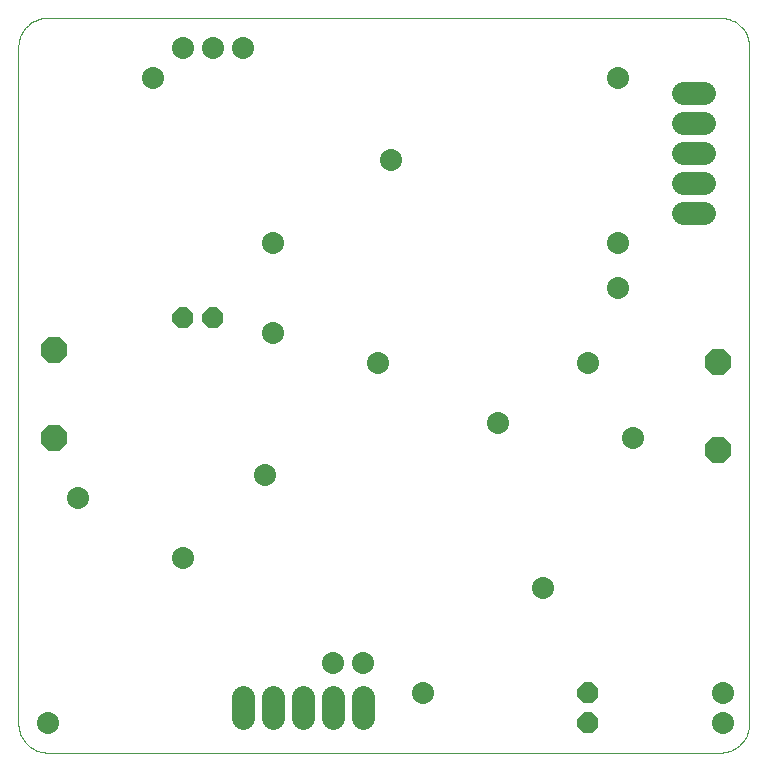
<source format=gbs>
G75*
G70*
%OFA0B0*%
%FSLAX24Y24*%
%IPPOS*%
%LPD*%
%AMOC8*
5,1,8,0,0,1.08239X$1,22.5*
%
%ADD10C,0.0000*%
%ADD11OC8,0.0700*%
%ADD12C,0.0780*%
%ADD13OC8,0.0892*%
%ADD14C,0.0734*%
D10*
X000800Y001164D02*
X000800Y023692D01*
X000802Y023754D01*
X000808Y023815D01*
X000817Y023876D01*
X000831Y023937D01*
X000848Y023996D01*
X000869Y024054D01*
X000894Y024111D01*
X000922Y024166D01*
X000953Y024219D01*
X000988Y024270D01*
X001026Y024319D01*
X001067Y024366D01*
X001110Y024409D01*
X001157Y024450D01*
X001206Y024488D01*
X001257Y024523D01*
X001310Y024554D01*
X001365Y024582D01*
X001422Y024607D01*
X001480Y024628D01*
X001539Y024645D01*
X001600Y024659D01*
X001661Y024668D01*
X001722Y024674D01*
X001784Y024676D01*
X024186Y024676D01*
X024248Y024674D01*
X024309Y024668D01*
X024370Y024659D01*
X024431Y024645D01*
X024490Y024628D01*
X024548Y024607D01*
X024605Y024582D01*
X024660Y024554D01*
X024713Y024523D01*
X024764Y024488D01*
X024813Y024450D01*
X024860Y024409D01*
X024903Y024366D01*
X024944Y024319D01*
X024982Y024270D01*
X025017Y024219D01*
X025048Y024166D01*
X025076Y024111D01*
X025101Y024054D01*
X025122Y023996D01*
X025139Y023937D01*
X025153Y023876D01*
X025162Y023815D01*
X025168Y023754D01*
X025170Y023692D01*
X025170Y001164D01*
X025168Y001102D01*
X025162Y001041D01*
X025153Y000980D01*
X025139Y000919D01*
X025122Y000860D01*
X025101Y000802D01*
X025076Y000745D01*
X025048Y000690D01*
X025017Y000637D01*
X024982Y000586D01*
X024944Y000537D01*
X024903Y000490D01*
X024860Y000447D01*
X024813Y000406D01*
X024764Y000368D01*
X024713Y000333D01*
X024660Y000302D01*
X024605Y000274D01*
X024548Y000249D01*
X024490Y000228D01*
X024431Y000211D01*
X024370Y000197D01*
X024309Y000188D01*
X024248Y000182D01*
X024186Y000180D01*
X001784Y000180D01*
X001722Y000182D01*
X001661Y000188D01*
X001600Y000197D01*
X001539Y000211D01*
X001480Y000228D01*
X001422Y000249D01*
X001365Y000274D01*
X001310Y000302D01*
X001257Y000333D01*
X001206Y000368D01*
X001157Y000406D01*
X001110Y000447D01*
X001067Y000490D01*
X001026Y000537D01*
X000988Y000586D01*
X000953Y000637D01*
X000922Y000690D01*
X000894Y000745D01*
X000869Y000802D01*
X000848Y000860D01*
X000831Y000919D01*
X000817Y000980D01*
X000808Y001041D01*
X000802Y001102D01*
X000800Y001164D01*
D11*
X006300Y014680D03*
X007300Y014680D03*
X019800Y002180D03*
X019800Y001180D03*
D12*
X012300Y001330D02*
X012300Y002030D01*
X011300Y002030D02*
X011300Y001330D01*
X010300Y001330D02*
X010300Y002030D01*
X009300Y002030D02*
X009300Y001330D01*
X008300Y001330D02*
X008300Y002030D01*
X022950Y018180D02*
X023650Y018180D01*
X023650Y019180D02*
X022950Y019180D01*
X022950Y020180D02*
X023650Y020180D01*
X023650Y021180D02*
X022950Y021180D01*
X022950Y022180D02*
X023650Y022180D01*
D13*
X024111Y013204D03*
X024111Y010251D03*
X001989Y010656D03*
X001989Y013609D03*
D14*
X002800Y008680D03*
X006300Y006680D03*
X009030Y009450D03*
X012800Y013180D03*
X009300Y014180D03*
X009300Y017180D03*
X013210Y019930D03*
X008300Y023680D03*
X007300Y023680D03*
X006300Y023680D03*
X005300Y022680D03*
X016800Y011180D03*
X019800Y013180D03*
X020800Y015680D03*
X020800Y017180D03*
X020800Y022680D03*
X021300Y010680D03*
X018300Y005680D03*
X014300Y002180D03*
X012300Y003180D03*
X011300Y003180D03*
X001800Y001180D03*
X024300Y001180D03*
X024300Y002180D03*
M02*

</source>
